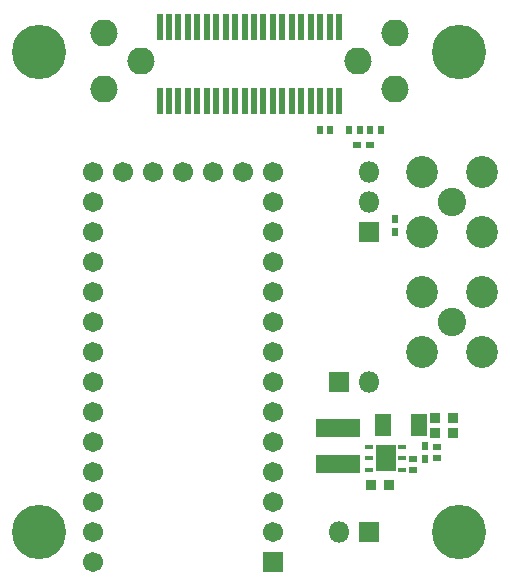
<source format=gts>
G04 #@! TF.FileFunction,Soldermask,Top*
%FSLAX46Y46*%
G04 Gerber Fmt 4.6, Leading zero omitted, Abs format (unit mm)*
G04 Created by KiCad (PCBNEW 4.0.7) date 06/10/18 20:05:32*
%MOMM*%
%LPD*%
G01*
G04 APERTURE LIST*
%ADD10C,0.100000*%
%ADD11R,0.701600X0.451600*%
%ADD12R,1.701600X2.201600*%
%ADD13R,0.701600X0.601600*%
%ADD14R,0.601600X0.701600*%
%ADD15R,0.901600X0.851600*%
%ADD16R,1.401600X1.901600*%
%ADD17R,0.501600X2.201600*%
%ADD18O,2.301600X2.301600*%
%ADD19C,2.701600*%
%ADD20C,2.401600*%
%ADD21R,1.801600X1.801600*%
%ADD22O,1.801600X1.801600*%
%ADD23R,3.701600X1.601600*%
%ADD24R,0.501600X0.701600*%
%ADD25R,0.701600X0.501600*%
%ADD26C,1.701600*%
%ADD27R,1.701600X1.701600*%
%ADD28C,4.601600*%
G04 APERTURE END LIST*
D10*
D11*
X140967000Y-105095000D03*
X140967000Y-106045000D03*
X140967000Y-106995000D03*
X143767000Y-106995000D03*
X143767000Y-106045000D03*
X143767000Y-105095000D03*
D12*
X142367000Y-106045000D03*
D13*
X141012000Y-79502000D03*
X139912000Y-79502000D03*
D14*
X143129000Y-86910000D03*
X143129000Y-85810000D03*
D15*
X142609000Y-108331000D03*
X141109000Y-108331000D03*
D14*
X145669000Y-104987000D03*
X145669000Y-106087000D03*
D15*
X148070000Y-103886000D03*
X146570000Y-103886000D03*
X148070000Y-102616000D03*
X146570000Y-102616000D03*
D16*
X145137000Y-103251000D03*
X142137000Y-103251000D03*
D17*
X138410000Y-69490000D03*
D18*
X140010000Y-72390000D03*
X121610000Y-72390000D03*
X118485000Y-74765000D03*
X118485000Y-70015000D03*
X143135000Y-70015000D03*
X143135000Y-74765000D03*
D17*
X123210000Y-75815000D03*
X124010000Y-75790000D03*
X124810000Y-75790000D03*
X125610000Y-75790000D03*
X126410000Y-75790000D03*
X127210000Y-75790000D03*
X128010000Y-75790000D03*
X128810000Y-75790000D03*
X129610000Y-75790000D03*
X130410000Y-75790000D03*
X131210000Y-75790000D03*
X132010000Y-75790000D03*
X132810000Y-75790000D03*
X133610000Y-75790000D03*
X134410000Y-75790000D03*
X135210000Y-75790000D03*
X136010000Y-75790000D03*
X136810000Y-75790000D03*
X137610000Y-75790000D03*
X138410000Y-75790000D03*
X137610000Y-69490000D03*
X136810000Y-69490000D03*
X136010000Y-69490000D03*
X135210000Y-69490000D03*
X134410000Y-69490000D03*
X133610000Y-69490000D03*
X132810000Y-69490000D03*
X132010000Y-69490000D03*
X131210000Y-69490000D03*
X130410000Y-69490000D03*
X129610000Y-69490000D03*
X128810000Y-69490000D03*
X128010000Y-69490000D03*
X127210000Y-69490000D03*
X126410000Y-69490000D03*
X125610000Y-69490000D03*
X124810000Y-69490000D03*
X124010000Y-69490000D03*
X123210000Y-69490000D03*
D19*
X145415000Y-91948000D03*
X145415000Y-97028000D03*
X150495000Y-97028000D03*
D20*
X147955000Y-94488000D03*
D19*
X150495000Y-91948000D03*
X145415000Y-81788000D03*
X145415000Y-86868000D03*
X150495000Y-86868000D03*
D20*
X147955000Y-84328000D03*
D19*
X150495000Y-81788000D03*
D21*
X140970000Y-86868000D03*
D22*
X140970000Y-84328000D03*
X140970000Y-81788000D03*
D21*
X140970000Y-112268000D03*
D22*
X138430000Y-112268000D03*
D21*
X138430000Y-99568000D03*
D22*
X140970000Y-99568000D03*
D23*
X138303000Y-103504000D03*
X138303000Y-106554000D03*
D24*
X141928000Y-78232000D03*
X141028000Y-78232000D03*
X136760800Y-78232000D03*
X137660800Y-78232000D03*
X140150000Y-78232000D03*
X139250000Y-78232000D03*
D25*
X146685000Y-105087000D03*
X146685000Y-105987000D03*
X144653000Y-107003000D03*
X144653000Y-106103000D03*
D26*
X125222000Y-81788000D03*
X122682000Y-81788000D03*
X120142000Y-81788000D03*
X117602000Y-81788000D03*
X127762000Y-81788000D03*
X130302000Y-81788000D03*
X132842000Y-81788000D03*
X117602000Y-84328000D03*
X117602000Y-86868000D03*
X117602000Y-89408000D03*
X117602000Y-91948000D03*
X117602000Y-94488000D03*
X117602000Y-97028000D03*
X117602000Y-99568000D03*
X117602000Y-102108000D03*
X117602000Y-104648000D03*
X117602000Y-107188000D03*
X117602000Y-109728000D03*
X117602000Y-112268000D03*
X117602000Y-114808000D03*
X132842000Y-84328000D03*
X132842000Y-86868000D03*
X132842000Y-89408000D03*
X132842000Y-91948000D03*
X132842000Y-94488000D03*
X132842000Y-97028000D03*
X132842000Y-99568000D03*
X132842000Y-102108000D03*
X132842000Y-104648000D03*
X132842000Y-107188000D03*
X132842000Y-109728000D03*
X132842000Y-112268000D03*
D27*
X132842000Y-114808000D03*
D28*
X113030000Y-112268000D03*
X148590000Y-112268000D03*
X113030000Y-71628000D03*
X148590000Y-71628000D03*
M02*

</source>
